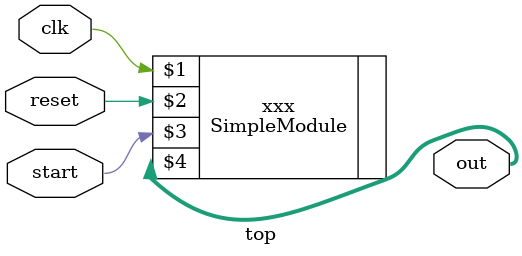
<source format=v>
`timescale 1ns / 1ps


module top(input clk,input reset,input start,output wire [31 : 0] out);

    
    SimpleModule xxx(
      clk,
      reset,
      start,
      out
    );
endmodule

</source>
